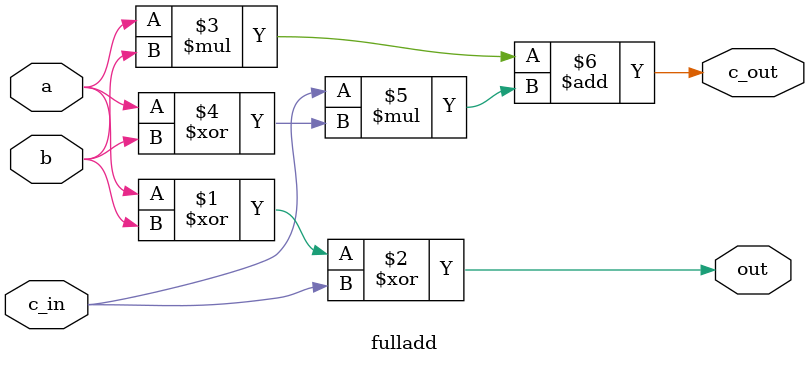
<source format=v>
module fulladd(out, c_out, a, b, c_in);
	output out,c_out;
	input a,b,c_in;
	
	assign out = (a^b^c_in);
	assign c_out = (a*b)+(c_in*(a^b));
	
endmodule
</source>
